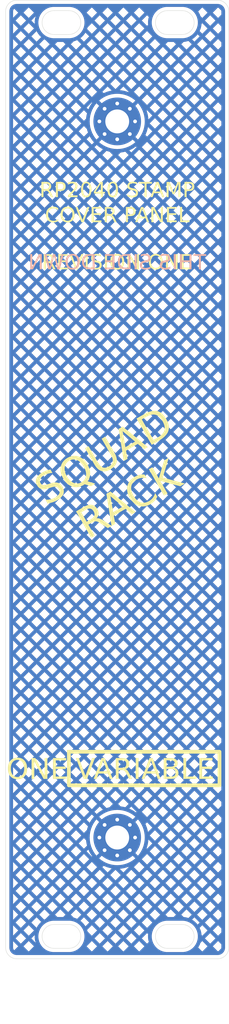
<source format=kicad_pcb>
(kicad_pcb (version 20240108) (generator "pcbnew") (generator_version "8.0")
  (layers (0 "F.Cu" signal) (31 "B.Cu" signal) (34 "B.Paste" user) (35 "F.Paste" user) (36 "B.SilkS" user "B.Silkscreen") (37 "F.SilkS" user "F.Silkscreen") (38 "B.Mask" user) (39 "F.Mask" user) (44 "Edge.Cuts" user))
  (net 0 "")
  (net 1 "GND")
  (footprint "MountingHole:MountingHole_3.2mm_M3_Pad_Via" (layer "F.Cu") (at 115 52)
    (property "Reference" "H1" (hide yes))
    (property "Value" "MountingHole_Pad")
    (pad "1" thru_hole circle (at -2.4 0) (size 0.8 0.8) (drill 0.5) (layers "*.Cu" "*.Mask") (net 1 "GND"))
    (pad "1" thru_hole circle (at -1.697056 -1.697056) (size 0.8 0.8) (drill 0.5) (layers "*.Cu" "*.Mask") (net 1 "GND"))
    (pad "1" thru_hole circle (at -1.697056 1.697056) (size 0.8 0.8) (drill 0.5) (layers "*.Cu" "*.Mask") (net 1 "GND"))
    (pad "1" thru_hole circle (at 0 -2.4) (size 0.8 0.8) (drill 0.5) (layers "*.Cu" "*.Mask") (net 1 "GND"))
    (pad "1" thru_hole circle (at 0 0) (size 6.4 6.4) (drill 3.2) (layers "*.Cu" "*.Mask") (net 1 "GND"))
    (pad "1" thru_hole circle (at 0 2.4) (size 0.8 0.8) (drill 0.5) (layers "*.Cu" "*.Mask") (net 1 "GND"))
    (pad "1" thru_hole circle (at 1.697056 -1.697056) (size 0.8 0.8) (drill 0.5) (layers "*.Cu" "*.Mask") (net 1 "GND"))
    (pad "1" thru_hole circle (at 1.697056 1.697056) (size 0.8 0.8) (drill 0.5) (layers "*.Cu" "*.Mask") (net 1 "GND"))
    (pad "1" thru_hole circle (at 2.4 0) (size 0.8 0.8) (drill 0.5) (layers "*.Cu" "*.Mask") (net 1 "GND"))
  )
  (footprint "MountingHole:MountingHole_3.2mm_M3_Pad_Via" (layer "F.Cu") (at 115 148)
    (property "Reference" "H2" (hide yes))
    (property "Value" "MountingHole_Pad")
    (pad "1" thru_hole circle (at -2.4 0) (size 0.8 0.8) (drill 0.5) (layers "*.Cu" "*.Mask") (net 1 "GND"))
    (pad "1" thru_hole circle (at -1.697056 -1.697056) (size 0.8 0.8) (drill 0.5) (layers "*.Cu" "*.Mask") (net 1 "GND"))
    (pad "1" thru_hole circle (at -1.697056 1.697056) (size 0.8 0.8) (drill 0.5) (layers "*.Cu" "*.Mask") (net 1 "GND"))
    (pad "1" thru_hole circle (at 0 -2.4) (size 0.8 0.8) (drill 0.5) (layers "*.Cu" "*.Mask") (net 1 "GND"))
    (pad "1" thru_hole circle (at 0 0) (size 6.4 6.4) (drill 3.2) (layers "*.Cu" "*.Mask") (net 1 "GND"))
    (pad "1" thru_hole circle (at 0 2.4) (size 0.8 0.8) (drill 0.5) (layers "*.Cu" "*.Mask") (net 1 "GND"))
    (pad "1" thru_hole circle (at 1.697056 -1.697056) (size 0.8 0.8) (drill 0.5) (layers "*.Cu" "*.Mask") (net 1 "GND"))
    (pad "1" thru_hole circle (at 1.697056 1.697056) (size 0.8 0.8) (drill 0.5) (layers "*.Cu" "*.Mask") (net 1 "GND"))
    (pad "1" thru_hole circle (at 2.4 0) (size 0.8 0.8) (drill 0.5) (layers "*.Cu" "*.Mask") (net 1 "GND"))
  )
  (gr_rect (start 108.5 136.5) (end 128.75 141) (stroke (width 0.5)) (fill none) (layer "F.SilkS"))
  (gr_arc (start 123.74 159.65) (mid 125.34 161.25) (end 123.74 162.85) (stroke (width 0.05)) (layer "Edge.Cuts"))
  (gr_arc (start 108.5 37.15) (mid 110.1 38.75) (end 108.5 40.35) (stroke (width 0.05)) (layer "Edge.Cuts"))
  (gr_line (start 106.5 37.15) (end 108.5 37.15) (stroke (width 0.05)) (layer "Edge.Cuts"))
  (gr_line (start 100 37.25) (end 100 162.75) (stroke (width 0.05)) (layer "Edge.Cuts"))
  (gr_arc (start 108.5 159.65) (mid 110.1 161.25) (end 108.5 162.85) (stroke (width 0.05)) (layer "Edge.Cuts"))
  (gr_line (start 106.5 159.65) (end 108.5 159.65) (stroke (width 0.05)) (layer "Edge.Cuts"))
  (gr_arc (start 121.74 40.35) (mid 120.14 38.75) (end 121.74 37.15) (stroke (width 0.05)) (layer "Edge.Cuts"))
  (gr_line (start 130 162.75) (end 130 37.25) (stroke (width 0.05)) (layer "Edge.Cuts"))
  (gr_line (start 101.5 164.25) (end 128.5 164.250001) (stroke (width 0.05)) (layer "Edge.Cuts"))
  (gr_line (start 121.74 40.35) (end 123.74 40.35) (stroke (width 0.05)) (layer "Edge.Cuts"))
  (gr_line (start 128.5 35.75) (end 101.5 35.75) (stroke (width 0.05)) (layer "Edge.Cuts"))
  (gr_arc (start 123.74 37.15) (mid 125.34 38.75) (end 123.74 40.35) (stroke (width 0.05)) (layer "Edge.Cuts"))
  (gr_arc (start 106.5 162.85) (mid 104.9 161.25) (end 106.5 159.65) (stroke (width 0.05)) (layer "Edge.Cuts"))
  (gr_line (start 121.74 37.15) (end 123.74 37.15) (stroke (width 0.05)) (layer "Edge.Cuts"))
  (gr_arc (start 130 162.750001) (mid 129.56066 163.810661) (end 128.5 164.250001) (stroke (width 0.05)) (layer "Edge.Cuts"))
  (gr_arc (start 100 37.25) (mid 100.43934 36.18934) (end 101.5 35.75) (stroke (width 0.05)) (layer "Edge.Cuts"))
  (gr_line (start 121.74 162.85) (end 123.74 162.85) (stroke (width 0.05)) (layer "Edge.Cuts"))
  (gr_line (start 106.5 40.35) (end 108.5 40.35) (stroke (width 0.05)) (layer "Edge.Cuts"))
  (gr_arc (start 121.74 162.85) (mid 120.14 161.25) (end 121.74 159.65) (stroke (width 0.05)) (layer "Edge.Cuts"))
  (gr_arc (start 128.5 35.75) (mid 129.56066 36.18934) (end 130 37.25) (stroke (width 0.05)) (layer "Edge.Cuts"))
  (gr_arc (start 101.5 164.25) (mid 100.43934 163.81066) (end 100 162.75) (stroke (width 0.05)) (layer "Edge.Cuts"))
  (gr_line (start 106.5 162.85) (end 108.5 162.85) (stroke (width 0.05)) (layer "Edge.Cuts"))
  (gr_arc (start 106.5 40.35) (mid 104.9 38.75) (end 106.5 37.15) (stroke (width 0.05)) (layer "Edge.Cuts"))
  (gr_line (start 121.74 159.65) (end 123.74 159.65) (stroke (width 0.05)) (layer "Edge.Cuts"))
  (gr_text "THIS SIDE DOWN" (at 115 71 -0) (layer "B.SilkS") (effects (font (size 2 2) (thickness 0.1)) (justify mirror)))
  (gr_text "SQUAD\nRACK" (at 115 100 30) (layer "F.SilkS") (effects (font (size 4 4) (thickness 0.1))))
  (gr_text "REVISION ONE" (at 115 71 0) (layer "F.SilkS") (effects (font (size 2 2) (thickness 0.1))))
  (gr_text "RP2040 STAMP\nCOVER PANEL" (at 115 63 0) (layer "F.SilkS") (effects (font (size 2 2) (thickness 0.1))))
  (gr_text "VARIABLE" (at 118.75 139 0) (layer "F.SilkS") (effects (font (size 2.75 2.75) (thickness 0.1))))
  (gr_text "ONE" (at 104.25 139 0) (layer "F.SilkS") (effects (font (size 2.75 2.75) (thickness 0.1))))
  (zone (net 1) (net_name "GND") (layers "F&B.Cu") (connect_pads (clearance 0.5)) (min_thickness 0.25) (fill yes (mode hatch) (thermal_gap 0.5) (thermal_bridge_width 0.5) (hatch_thickness 0.5) (hatch_gap 1) (hatch_orientation 45) (hatch_border_algorithm hatch_thickness) (hatch_min_hole_area 0.3))
    (polygon (pts (xy 100 35.75) (xy 100 164.25) (xy 130 164.25) (xy 130 35.75)))
  )
)
</source>
